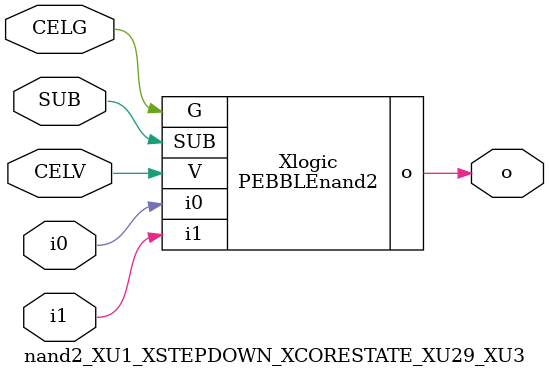
<source format=v>



module PEBBLEnand2 ( o, G, SUB, V, i0, i1 );

  input i0;
  input V;
  input i1;
  input G;
  output o;
  input SUB;
endmodule

//Celera Confidential Do Not Copy nand2_XU1_XSTEPDOWN_XCORESTATE_XU29_XU3
//Celera Confidential Symbol Generator
//5V NAND2
module nand2_XU1_XSTEPDOWN_XCORESTATE_XU29_XU3 (CELV,CELG,i0,i1,o,SUB);
input CELV;
input CELG;
input i0;
input i1;
input SUB;
output o;

//Celera Confidential Do Not Copy nand2
PEBBLEnand2 Xlogic(
.V (CELV),
.i0 (i0),
.i1 (i1),
.o (o),
.SUB (SUB),
.G (CELG)
);
//,diesize,PEBBLEnand2

//Celera Confidential Do Not Copy Module End
//Celera Schematic Generator
endmodule

</source>
